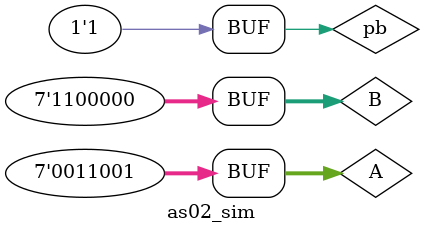
<source format=v>
`timescale 1ns / 1ps


module as02_sim();
    reg [6:0] A;
    reg [6:0] B;
    reg pb;
    wire [6:0] S;
    wire [3:0] T;
    wire [3:0] an;
    wire [7:0] seg;
    
    main simulated_main(.A(A),
                        .B(B),
                        .pb(pb),
                        .S(S),
                        .T(T),
                        .an(an),
                        .seg(seg));
    
    initial
    begin
        A = 7'b1010111; B = 7'b0101010; pb = 0; #10;
        A = 7'b1100110; B = 7'b0011001; pb = 0; #10;
        A = 7'b0011001; B = 7'b1100000; pb = 0; #10;
        A = 7'b1010111; B = 7'b0101010; pb = 1; #10;
        A = 7'b1100110; B = 7'b0011001; pb = 1; #10;
        A = 7'b0011001; B = 7'b1100000; pb = 1; #10;
    end
    
endmodule

</source>
